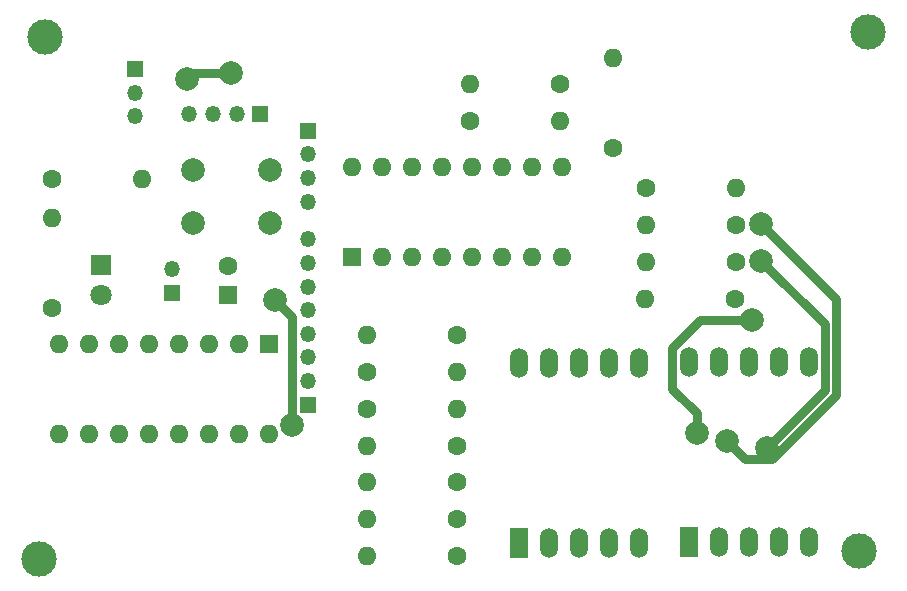
<source format=gbr>
G04 #@! TF.GenerationSoftware,KiCad,Pcbnew,(5.1.2)-1*
G04 #@! TF.CreationDate,2019-07-05T22:38:23-05:00*
G04 #@! TF.ProjectId,Proyecto,50726f79-6563-4746-9f2e-6b696361645f,rev?*
G04 #@! TF.SameCoordinates,Original*
G04 #@! TF.FileFunction,Copper,L1,Top*
G04 #@! TF.FilePolarity,Positive*
%FSLAX46Y46*%
G04 Gerber Fmt 4.6, Leading zero omitted, Abs format (unit mm)*
G04 Created by KiCad (PCBNEW (5.1.2)-1) date 2019-07-05 22:38:23*
%MOMM*%
%LPD*%
G04 APERTURE LIST*
%ADD10O,1.350000X1.350000*%
%ADD11R,1.350000X1.350000*%
%ADD12O,1.524000X2.524000*%
%ADD13R,1.524000X2.524000*%
%ADD14R,1.600000X1.600000*%
%ADD15O,1.600000X1.600000*%
%ADD16C,1.600000*%
%ADD17C,2.000000*%
%ADD18R,1.800000X1.800000*%
%ADD19C,1.800000*%
%ADD20C,3.000000*%
%ADD21C,0.800000*%
G04 APERTURE END LIST*
D10*
X120352300Y-65468500D03*
X122352300Y-65468500D03*
X124352300Y-65468500D03*
D11*
X126352300Y-65468500D03*
D12*
X148285200Y-86563200D03*
X150825200Y-86563200D03*
X153365200Y-86563200D03*
X155905200Y-86563200D03*
X158445200Y-86563200D03*
X158445200Y-101803200D03*
X155905200Y-101803200D03*
X153365200Y-101803200D03*
X150825200Y-101803200D03*
D13*
X148285200Y-101803200D03*
X162610800Y-101777800D03*
D12*
X165150800Y-101777800D03*
X167690800Y-101777800D03*
X170230800Y-101777800D03*
X172770800Y-101777800D03*
X172770800Y-86537800D03*
X170230800Y-86537800D03*
X167690800Y-86537800D03*
X165150800Y-86537800D03*
X162610800Y-86537800D03*
D14*
X127127000Y-84988400D03*
D15*
X109347000Y-92608400D03*
X124587000Y-84988400D03*
X111887000Y-92608400D03*
X122047000Y-84988400D03*
X114427000Y-92608400D03*
X119507000Y-84988400D03*
X116967000Y-92608400D03*
X116967000Y-84988400D03*
X119507000Y-92608400D03*
X114427000Y-84988400D03*
X122047000Y-92608400D03*
X111887000Y-84988400D03*
X124587000Y-92608400D03*
X109347000Y-84988400D03*
X127127000Y-92608400D03*
D16*
X143027400Y-99822000D03*
D15*
X135407400Y-99822000D03*
D14*
X134112000Y-77622400D03*
D15*
X151892000Y-70002400D03*
X136652000Y-77622400D03*
X149352000Y-70002400D03*
X139192000Y-77622400D03*
X146812000Y-70002400D03*
X141732000Y-77622400D03*
X144272000Y-70002400D03*
X144272000Y-77622400D03*
X141732000Y-70002400D03*
X146812000Y-77622400D03*
X139192000Y-70002400D03*
X149352000Y-77622400D03*
X136652000Y-70002400D03*
X151892000Y-77622400D03*
X134112000Y-70002400D03*
D17*
X120652400Y-74731000D03*
X120652400Y-70231000D03*
X127152400Y-74731000D03*
X127152400Y-70231000D03*
D16*
X143027400Y-102895400D03*
D15*
X135407400Y-102895400D03*
D16*
X143027400Y-96697800D03*
D15*
X135407400Y-96697800D03*
D16*
X143027400Y-93599000D03*
D15*
X135407400Y-93599000D03*
D16*
X135382000Y-90500200D03*
D15*
X143002000Y-90500200D03*
D16*
X135382000Y-87376000D03*
D15*
X143002000Y-87376000D03*
D16*
X143002000Y-84226400D03*
D15*
X135382000Y-84226400D03*
D16*
X166573200Y-81127600D03*
D15*
X158953200Y-81127600D03*
D16*
X166598600Y-74904600D03*
D15*
X158978600Y-74904600D03*
D16*
X166598600Y-78028800D03*
D15*
X158978600Y-78028800D03*
D16*
X151714200Y-62992000D03*
D15*
X144094200Y-62992000D03*
D16*
X144094200Y-66090800D03*
D15*
X151714200Y-66090800D03*
D16*
X158978600Y-71805800D03*
D15*
X166598600Y-71805800D03*
D16*
X156210000Y-68351400D03*
D15*
X156210000Y-60731400D03*
D16*
X108737400Y-81940400D03*
D15*
X108737400Y-74320400D03*
D16*
X108686600Y-70993000D03*
D15*
X116306600Y-70993000D03*
D11*
X130403600Y-90111600D03*
D10*
X130403600Y-88111600D03*
X130403600Y-86111600D03*
X130403600Y-84111600D03*
X130403600Y-82111600D03*
X130403600Y-80111600D03*
X130403600Y-78111600D03*
X130403600Y-76111600D03*
D11*
X118846600Y-80663800D03*
D10*
X118846600Y-78663800D03*
D11*
X130403600Y-66929000D03*
D10*
X130403600Y-68929000D03*
X130403600Y-70929000D03*
X130403600Y-72929000D03*
D11*
X115747800Y-61696600D03*
D10*
X115747800Y-63696600D03*
X115747800Y-65696600D03*
D18*
X112877600Y-78257400D03*
D19*
X112877600Y-80797400D03*
D14*
X123596400Y-80848200D03*
D16*
X123596400Y-78348200D03*
D20*
X108153200Y-58966100D03*
X107645200Y-103200200D03*
X177063400Y-102463600D03*
X177774600Y-58547000D03*
D17*
X127609600Y-81280000D03*
X129032000Y-91808300D03*
X120167400Y-62547500D03*
X123913900Y-62026800D03*
X168783000Y-77965300D03*
X169240200Y-93751400D03*
X168783000Y-74853800D03*
X165836600Y-93192600D03*
X167944800Y-82969100D03*
X163296600Y-92532200D03*
D21*
X129032000Y-82702400D02*
X129032000Y-91808300D01*
X127609600Y-81280000D02*
X129032000Y-82702400D01*
X120167400Y-62547500D02*
X120167400Y-62496700D01*
X120637300Y-62026800D02*
X123913900Y-62026800D01*
X120167400Y-62496700D02*
X120637300Y-62026800D01*
X174132810Y-83315110D02*
X168783000Y-77965300D01*
X169240200Y-93751400D02*
X174132810Y-88858790D01*
X174132810Y-88858790D02*
X174132810Y-83315110D01*
X175132820Y-81203620D02*
X168783000Y-74853800D01*
X175132820Y-89273007D02*
X175132820Y-81203620D01*
X169654418Y-94751408D02*
X175132820Y-89273007D01*
X165836600Y-93192600D02*
X167395408Y-94751408D01*
X167395408Y-94751408D02*
X169654418Y-94751408D01*
X166530587Y-82969100D02*
X167944800Y-82969100D01*
X163600330Y-82969100D02*
X166530587Y-82969100D01*
X161248790Y-85320640D02*
X163600330Y-82969100D01*
X161248790Y-88770363D02*
X161248790Y-85320640D01*
X163296600Y-90818173D02*
X161248790Y-88770363D01*
X163296600Y-92532200D02*
X163296600Y-90818173D01*
M02*

</source>
